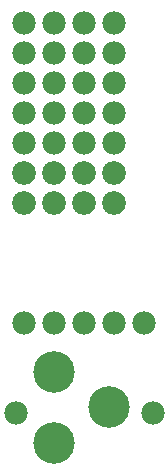
<source format=gtl>
G04 MADE WITH FRITZING*
G04 WWW.FRITZING.ORG*
G04 DOUBLE SIDED*
G04 HOLES PLATED*
G04 CONTOUR ON CENTER OF CONTOUR VECTOR*
%ASAXBY*%
%FSLAX23Y23*%
%MOIN*%
%OFA0B0*%
%SFA1.0B1.0*%
%ADD10C,0.079370*%
%ADD11C,0.078000*%
%ADD12C,0.138425*%
%LNCOPPER1*%
G90*
G70*
G54D10*
X103Y1101D03*
X203Y1101D03*
X303Y1101D03*
X403Y1101D03*
X103Y1001D03*
X203Y1001D03*
X303Y1001D03*
X403Y1001D03*
G54D11*
X403Y1201D03*
X403Y1301D03*
X403Y1401D03*
X403Y1501D03*
X403Y1601D03*
X303Y1201D03*
X303Y1301D03*
X303Y1401D03*
X303Y1501D03*
X303Y1601D03*
X203Y1201D03*
X203Y1301D03*
X203Y1401D03*
X203Y1501D03*
X203Y1601D03*
X103Y1201D03*
X103Y1301D03*
X103Y1401D03*
X103Y1501D03*
X103Y1601D03*
G54D12*
X387Y320D03*
X203Y436D03*
X203Y201D03*
G54D11*
X103Y601D03*
X203Y601D03*
X303Y601D03*
X403Y601D03*
X503Y601D03*
X75Y301D03*
X531Y301D03*
G04 End of Copper1*
M02*
</source>
